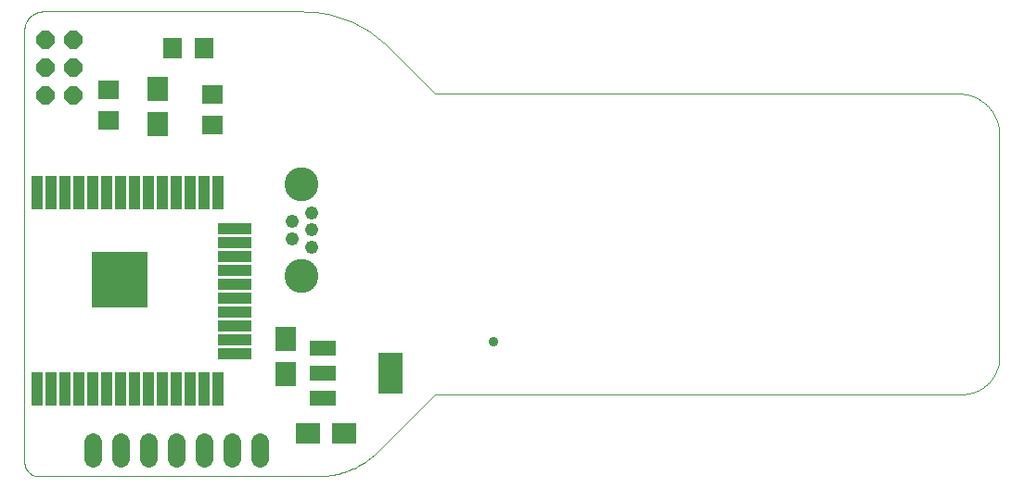
<source format=gbs>
G75*
%MOIN*%
%OFA0B0*%
%FSLAX25Y25*%
%IPPOS*%
%LPD*%
%AMOC8*
5,1,8,0,0,1.08239X$1,22.5*
%
%ADD10C,0.00000*%
%ADD11R,0.03943X0.12211*%
%ADD12R,0.12211X0.03943*%
%ADD13R,0.20085X0.20085*%
%ADD14R,0.07487X0.06699*%
%ADD15R,0.06699X0.07498*%
%ADD16OC8,0.06400*%
%ADD17C,0.06400*%
%ADD18R,0.09200X0.05200*%
%ADD19R,0.09061X0.14573*%
%ADD20R,0.08865X0.07487*%
%ADD21R,0.07487X0.08865*%
%ADD22C,0.04762*%
%ADD23C,0.12211*%
%ADD24C,0.03581*%
%ADD25C,0.06306*%
D10*
X0031261Y0021669D02*
X0131325Y0021669D01*
X0153242Y0030748D02*
X0173691Y0051197D01*
X0362808Y0051197D01*
X0362808Y0051196D02*
X0363138Y0051200D01*
X0363467Y0051212D01*
X0363796Y0051232D01*
X0364124Y0051260D01*
X0364452Y0051295D01*
X0364779Y0051339D01*
X0365104Y0051391D01*
X0365428Y0051450D01*
X0365751Y0051517D01*
X0366072Y0051592D01*
X0366391Y0051675D01*
X0366708Y0051765D01*
X0367023Y0051864D01*
X0367335Y0051969D01*
X0367644Y0052082D01*
X0367951Y0052203D01*
X0368255Y0052331D01*
X0368555Y0052466D01*
X0368853Y0052609D01*
X0369146Y0052758D01*
X0369436Y0052915D01*
X0369722Y0053079D01*
X0370004Y0053249D01*
X0370282Y0053426D01*
X0370556Y0053610D01*
X0370825Y0053801D01*
X0371089Y0053998D01*
X0371349Y0054201D01*
X0371603Y0054410D01*
X0371852Y0054626D01*
X0372096Y0054848D01*
X0372335Y0055075D01*
X0372568Y0055308D01*
X0372795Y0055547D01*
X0373017Y0055791D01*
X0373233Y0056040D01*
X0373442Y0056294D01*
X0373645Y0056554D01*
X0373842Y0056818D01*
X0374033Y0057087D01*
X0374217Y0057361D01*
X0374394Y0057639D01*
X0374564Y0057921D01*
X0374728Y0058207D01*
X0374885Y0058497D01*
X0375034Y0058790D01*
X0375177Y0059088D01*
X0375312Y0059388D01*
X0375440Y0059692D01*
X0375561Y0059999D01*
X0375674Y0060308D01*
X0375779Y0060620D01*
X0375878Y0060935D01*
X0375968Y0061252D01*
X0376051Y0061571D01*
X0376126Y0061892D01*
X0376193Y0062215D01*
X0376252Y0062539D01*
X0376304Y0062864D01*
X0376348Y0063191D01*
X0376383Y0063519D01*
X0376411Y0063847D01*
X0376431Y0064176D01*
X0376443Y0064505D01*
X0376447Y0064835D01*
X0376447Y0144657D01*
X0376443Y0145015D01*
X0376430Y0145372D01*
X0376408Y0145730D01*
X0376378Y0146086D01*
X0376339Y0146442D01*
X0376292Y0146797D01*
X0376236Y0147150D01*
X0376171Y0147502D01*
X0376098Y0147852D01*
X0376017Y0148201D01*
X0375927Y0148547D01*
X0375829Y0148891D01*
X0375722Y0149233D01*
X0375608Y0149572D01*
X0375485Y0149908D01*
X0375354Y0150241D01*
X0375215Y0150571D01*
X0375068Y0150897D01*
X0374913Y0151220D01*
X0374751Y0151539D01*
X0374581Y0151853D01*
X0374403Y0152164D01*
X0374218Y0152470D01*
X0374025Y0152772D01*
X0373826Y0153069D01*
X0373619Y0153361D01*
X0373405Y0153648D01*
X0373184Y0153930D01*
X0372957Y0154206D01*
X0372723Y0154477D01*
X0372482Y0154741D01*
X0372236Y0155001D01*
X0371983Y0155254D01*
X0371723Y0155500D01*
X0371459Y0155741D01*
X0371188Y0155975D01*
X0370912Y0156202D01*
X0370630Y0156423D01*
X0370343Y0156637D01*
X0370051Y0156844D01*
X0369754Y0157043D01*
X0369452Y0157236D01*
X0369146Y0157421D01*
X0368835Y0157599D01*
X0368521Y0157769D01*
X0368202Y0157931D01*
X0367879Y0158086D01*
X0367553Y0158233D01*
X0367223Y0158372D01*
X0366890Y0158503D01*
X0366554Y0158626D01*
X0366215Y0158740D01*
X0365873Y0158847D01*
X0365529Y0158945D01*
X0365183Y0159035D01*
X0364834Y0159116D01*
X0364484Y0159189D01*
X0364132Y0159254D01*
X0363779Y0159310D01*
X0363424Y0159357D01*
X0363068Y0159396D01*
X0362712Y0159426D01*
X0362354Y0159448D01*
X0361997Y0159461D01*
X0361639Y0159465D01*
X0173691Y0159465D01*
X0157002Y0176154D01*
X0126007Y0188992D02*
X0032774Y0188992D01*
X0032612Y0188990D01*
X0032449Y0188984D01*
X0032287Y0188974D01*
X0032125Y0188961D01*
X0031964Y0188943D01*
X0031803Y0188921D01*
X0031642Y0188896D01*
X0031483Y0188867D01*
X0031324Y0188834D01*
X0031166Y0188797D01*
X0031008Y0188756D01*
X0030852Y0188711D01*
X0030697Y0188663D01*
X0030543Y0188611D01*
X0030391Y0188555D01*
X0030240Y0188496D01*
X0030090Y0188433D01*
X0029942Y0188366D01*
X0029795Y0188296D01*
X0029651Y0188222D01*
X0029508Y0188145D01*
X0029367Y0188064D01*
X0029228Y0187980D01*
X0029091Y0187893D01*
X0028956Y0187802D01*
X0028823Y0187708D01*
X0028693Y0187611D01*
X0028565Y0187511D01*
X0028440Y0187408D01*
X0028317Y0187302D01*
X0028197Y0187193D01*
X0028079Y0187081D01*
X0027964Y0186966D01*
X0027852Y0186848D01*
X0027743Y0186728D01*
X0027637Y0186605D01*
X0027534Y0186480D01*
X0027434Y0186352D01*
X0027337Y0186222D01*
X0027243Y0186089D01*
X0027152Y0185954D01*
X0027065Y0185817D01*
X0026981Y0185678D01*
X0026900Y0185537D01*
X0026823Y0185394D01*
X0026749Y0185250D01*
X0026679Y0185103D01*
X0026612Y0184955D01*
X0026549Y0184805D01*
X0026490Y0184654D01*
X0026434Y0184502D01*
X0026382Y0184348D01*
X0026334Y0184193D01*
X0026289Y0184037D01*
X0026248Y0183879D01*
X0026211Y0183721D01*
X0026178Y0183562D01*
X0026149Y0183403D01*
X0026124Y0183242D01*
X0026102Y0183081D01*
X0026084Y0182920D01*
X0026071Y0182758D01*
X0026061Y0182596D01*
X0026055Y0182433D01*
X0026053Y0182271D01*
X0026053Y0026877D01*
X0026055Y0026733D01*
X0026061Y0026590D01*
X0026071Y0026447D01*
X0026085Y0026304D01*
X0026102Y0026162D01*
X0026124Y0026020D01*
X0026150Y0025879D01*
X0026179Y0025738D01*
X0026212Y0025599D01*
X0026250Y0025460D01*
X0026290Y0025322D01*
X0026335Y0025186D01*
X0026384Y0025051D01*
X0026436Y0024917D01*
X0026492Y0024785D01*
X0026551Y0024654D01*
X0026614Y0024525D01*
X0026681Y0024398D01*
X0026751Y0024273D01*
X0026824Y0024150D01*
X0026901Y0024028D01*
X0026981Y0023909D01*
X0027065Y0023793D01*
X0027151Y0023678D01*
X0027241Y0023566D01*
X0027334Y0023457D01*
X0027429Y0023350D01*
X0027528Y0023245D01*
X0027629Y0023144D01*
X0027734Y0023045D01*
X0027841Y0022950D01*
X0027950Y0022857D01*
X0028062Y0022767D01*
X0028177Y0022681D01*
X0028293Y0022597D01*
X0028412Y0022517D01*
X0028534Y0022440D01*
X0028657Y0022367D01*
X0028782Y0022297D01*
X0028909Y0022230D01*
X0029038Y0022167D01*
X0029169Y0022108D01*
X0029301Y0022052D01*
X0029435Y0022000D01*
X0029570Y0021951D01*
X0029706Y0021906D01*
X0029844Y0021866D01*
X0029983Y0021828D01*
X0030122Y0021795D01*
X0030263Y0021766D01*
X0030404Y0021740D01*
X0030546Y0021718D01*
X0030688Y0021701D01*
X0030831Y0021687D01*
X0030974Y0021677D01*
X0031117Y0021671D01*
X0031261Y0021669D01*
X0131325Y0021669D02*
X0132086Y0021678D01*
X0132846Y0021706D01*
X0133605Y0021753D01*
X0134363Y0021818D01*
X0135119Y0021902D01*
X0135873Y0022004D01*
X0136624Y0022125D01*
X0137372Y0022265D01*
X0138116Y0022422D01*
X0138856Y0022598D01*
X0139592Y0022792D01*
X0140323Y0023004D01*
X0141048Y0023233D01*
X0141767Y0023481D01*
X0142480Y0023746D01*
X0143187Y0024028D01*
X0143886Y0024328D01*
X0144577Y0024645D01*
X0145261Y0024979D01*
X0145936Y0025329D01*
X0146603Y0025696D01*
X0147260Y0026079D01*
X0147908Y0026478D01*
X0148545Y0026893D01*
X0149173Y0027323D01*
X0149789Y0027769D01*
X0150395Y0028229D01*
X0150989Y0028705D01*
X0151571Y0029195D01*
X0152141Y0029698D01*
X0152698Y0030216D01*
X0153242Y0030748D01*
X0157001Y0176154D02*
X0156255Y0176883D01*
X0155491Y0177594D01*
X0154711Y0178286D01*
X0153914Y0178960D01*
X0153102Y0179614D01*
X0152275Y0180249D01*
X0151432Y0180864D01*
X0150575Y0181459D01*
X0149704Y0182034D01*
X0148820Y0182587D01*
X0147923Y0183120D01*
X0147013Y0183630D01*
X0146092Y0184119D01*
X0145159Y0184586D01*
X0144215Y0185031D01*
X0143261Y0185453D01*
X0142298Y0185852D01*
X0141325Y0186228D01*
X0140343Y0186581D01*
X0139353Y0186911D01*
X0138356Y0187216D01*
X0137352Y0187498D01*
X0136341Y0187756D01*
X0135324Y0187990D01*
X0134302Y0188200D01*
X0133276Y0188385D01*
X0132245Y0188546D01*
X0131211Y0188682D01*
X0130173Y0188794D01*
X0129134Y0188880D01*
X0128093Y0188942D01*
X0127050Y0188980D01*
X0126007Y0188992D01*
D11*
X0095738Y0123913D03*
X0090738Y0123913D03*
X0085738Y0123913D03*
X0080738Y0123913D03*
X0075738Y0123913D03*
X0070738Y0123913D03*
X0065738Y0123913D03*
X0060738Y0123913D03*
X0055738Y0123913D03*
X0050738Y0123913D03*
X0045738Y0123913D03*
X0040738Y0123913D03*
X0035738Y0123913D03*
X0030738Y0123913D03*
X0030738Y0053047D03*
X0035738Y0053047D03*
X0040738Y0053047D03*
X0045738Y0053047D03*
X0050738Y0053047D03*
X0055738Y0053047D03*
X0060738Y0053047D03*
X0065738Y0053047D03*
X0070738Y0053047D03*
X0075738Y0053047D03*
X0080738Y0053047D03*
X0085738Y0053047D03*
X0090738Y0053047D03*
X0095738Y0053047D03*
D12*
X0101644Y0065980D03*
X0101644Y0070980D03*
X0101644Y0075980D03*
X0101644Y0080980D03*
X0101644Y0085980D03*
X0101644Y0090980D03*
X0101644Y0095980D03*
X0101644Y0100980D03*
X0101644Y0105980D03*
X0101644Y0110980D03*
D13*
X0060305Y0092417D03*
D14*
X0093533Y0148205D03*
X0093533Y0159228D03*
X0056211Y0160882D03*
X0056211Y0149858D03*
D15*
X0079352Y0175764D03*
X0090549Y0175764D03*
D16*
X0043652Y0178953D03*
X0033652Y0178953D03*
X0033652Y0168953D03*
X0043652Y0168953D03*
X0043652Y0158953D03*
X0033652Y0158953D03*
D17*
X0050620Y0034276D02*
X0050620Y0028276D01*
X0060620Y0028276D02*
X0060620Y0034276D01*
X0070620Y0034276D02*
X0070620Y0028276D01*
X0080620Y0028276D02*
X0080620Y0034276D01*
X0090620Y0034276D02*
X0090620Y0028276D01*
X0100620Y0028276D02*
X0100620Y0034276D01*
X0110620Y0034276D02*
X0110620Y0028276D01*
D18*
X0133381Y0049774D03*
X0133381Y0058874D03*
X0133381Y0067974D03*
D19*
X0157781Y0058874D03*
D20*
X0140915Y0037220D03*
X0128120Y0037220D03*
D21*
X0119951Y0058382D03*
X0119951Y0071177D03*
X0074085Y0148343D03*
X0074085Y0161138D03*
D22*
X0129281Y0116630D03*
X0122195Y0113480D03*
X0129281Y0110331D03*
X0129281Y0104031D03*
X0122195Y0107181D03*
D23*
X0125738Y0093795D03*
X0125738Y0126866D03*
D24*
X0194616Y0070193D03*
D25*
X0064636Y0088500D03*
X0056762Y0088500D03*
X0056762Y0096374D03*
X0064636Y0096374D03*
M02*

</source>
